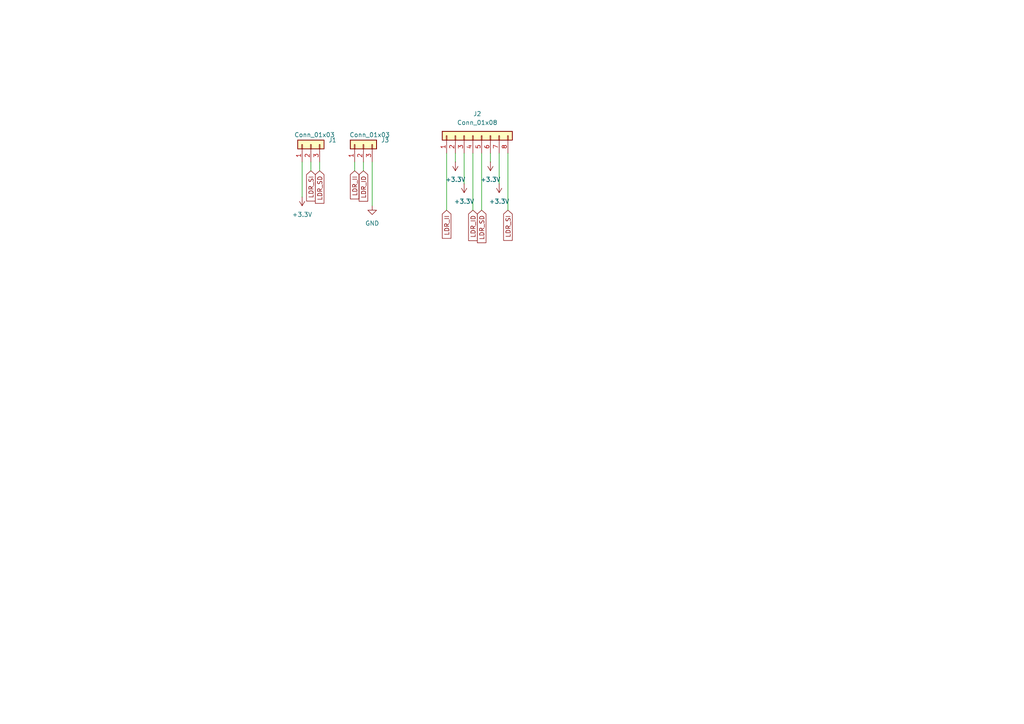
<source format=kicad_sch>
(kicad_sch (version 20250114) (generator "eeschema") (generator_version "9.0")
  (paper "A4")
  (lib_symbols
    (symbol "Connector_Generic:Conn_01x03" (pin_names (offset 1.016) (hide yes))
      (property "Reference" "J" (at 0 5.08 0))
      (property "Value" "Conn_01x03" (at 0 -5.08 0))
      (symbol "Conn_01x03_1_1"
        (rectangle (start -1.27 3.81) (end 1.27 -3.81) (stroke (width 0.254)) (fill (type background)))
        (rectangle (start -1.27 2.667) (end 0 2.413) (stroke (width 0.1524)))
        (rectangle (start -1.27 0.127) (end 0 -0.127) (stroke (width 0.1524)))
        (rectangle (start -1.27 -2.413) (end 0 -2.667) (stroke (width 0.1524)))
        (pin passive line (at -5.08 2.54 0) (length 3.81) (name "Pin_1") (number "1"))
        (pin passive line (at -5.08 0 0) (length 3.81) (name "Pin_2") (number "2"))
        (pin passive line (at -5.08 -2.54 0) (length 3.81) (name "Pin_3") (number "3"))
      )
    )
    (symbol "Connector_Generic:Conn_01x08" (pin_names (offset 1.016) (hide yes))
      (property "Reference" "J" (at 0 10.16 0))
      (property "Value" "Conn_01x08" (at 0 -12.7 0))
      (symbol "Conn_01x08_1_1"
        (rectangle (start -1.27 8.89) (end 1.27 -11.43) (stroke (width 0.254)) (fill (type background)))
        (rectangle (start -1.27 7.747) (end 0 7.493) (stroke (width 0.1524)))
        (rectangle (start -1.27 5.207) (end 0 4.953) (stroke (width 0.1524)))
        (rectangle (start -1.27 2.667) (end 0 2.413) (stroke (width 0.1524)))
        (rectangle (start -1.27 0.127) (end 0 -0.127) (stroke (width 0.1524)))
        (rectangle (start -1.27 -2.413) (end 0 -2.667) (stroke (width 0.1524)))
        (rectangle (start -1.27 -4.953) (end 0 -5.207) (stroke (width 0.1524)))
        (rectangle (start -1.27 -7.493) (end 0 -7.747) (stroke (width 0.1524)))
        (rectangle (start -1.27 -10.033) (end 0 -10.287) (stroke (width 0.1524)))
        (pin passive line (at -5.08 7.62 0) (length 3.81) (name "Pin_1") (number "1"))
        (pin passive line (at -5.08 5.08 0) (length 3.81) (name "Pin_2") (number "2"))
        (pin passive line (at -5.08 2.54 0) (length 3.81) (name "Pin_3") (number "3"))
        (pin passive line (at -5.08 0 0) (length 3.81) (name "Pin_4") (number "4"))
        (pin passive line (at -5.08 -2.54 0) (length 3.81) (name "Pin_5") (number "5"))
        (pin passive line (at -5.08 -5.08 0) (length 3.81) (name "Pin_6") (number "6"))
        (pin passive line (at -5.08 -7.62 0) (length 3.81) (name "Pin_7") (number "7"))
        (pin passive line (at -5.08 -10.16 0) (length 3.81) (name "Pin_8") (number "8"))
      )
    )
    (symbol "power:+3.3V" (power) (pin_numbers (hide yes)) (pin_names (offset 0) (hide yes))
      (property "Value" "+3.3V" (at 0 3.556 0))
      (symbol "+3.3V_0_1"
        (polyline (pts (xy -0.762 1.27) (xy 0 2.54)))
        (polyline (pts (xy 0 2.54) (xy 0.762 1.27)))
        (polyline (pts (xy 0 0) (xy 0 2.54)))
      )
      (symbol "+3.3V_1_1"
        (pin power_in line (at 0 0 90) (length 0) (name "~") (number "1"))
      )
    )
    (symbol "power:GND" (power) (pin_numbers (hide yes)) (pin_names (offset 0) (hide yes))
      (property "Value" "GND" (at 0 -3.81 0))
      (symbol "GND_0_1"
        (polyline (pts (xy 0 0) (xy 0 -1.27) (xy 1.27 -1.27) (xy 0 -2.54) (xy -1.27 -1.27) (xy 0 -1.27)))
      )
      (symbol "GND_1_1"
        (pin power_in line (at 0 0 270) (length 0) (name "~") (number "1"))
      )
    )
  )
  (wire (pts (xy 139.7 60.96) (xy 139.7 44.45)))
  (wire (pts (xy 134.62 44.45) (xy 134.62 53.34)))
  (wire (pts (xy 87.63 46.99) (xy 87.63 57.15)))
  (wire (pts (xy 105.41 46.99) (xy 105.41 49.53)))
  (wire (pts (xy 142.24 44.45) (xy 142.24 46.99)))
  (wire (pts (xy 90.17 46.99) (xy 90.17 49.53)))
  (wire (pts (xy 137.16 44.45) (xy 137.16 60.96)))
  (wire (pts (xy 102.87 46.99) (xy 102.87 49.53)))
  (wire (pts (xy 92.71 46.99) (xy 92.71 49.53)))
  (wire (pts (xy 132.08 44.45) (xy 132.08 46.99)))
  (wire (pts (xy 144.78 44.45) (xy 144.78 53.34)))
  (wire (pts (xy 147.32 44.45) (xy 147.32 60.96)))
  (wire (pts (xy 107.95 46.99) (xy 107.95 59.69)))
  (wire (pts (xy 129.54 44.45) (xy 129.54 60.96)))
  (global_label "LDR_ID" (shape input) (at 105.41 49.53 270) (property "Intersheetrefs" "${INTERSHEET_REFS}" (effects (hide yes))))
  (global_label "LDR_SI" (shape input) (at 147.32 60.96 270) (property "Intersheetrefs" "${INTERSHEET_REFS}" (effects (hide yes))))
  (global_label "LDR_II" (shape input) (at 129.54 60.96 270) (property "Intersheetrefs" "${INTERSHEET_REFS}" (effects (hide yes))))
  (global_label "LDR_SI" (shape input) (at 90.17 49.53 270) (property "Intersheetrefs" "${INTERSHEET_REFS}" (effects (hide yes))))
  (global_label "LDR_SD" (shape input) (at 92.71 49.53 270) (property "Intersheetrefs" "${INTERSHEET_REFS}" (effects (hide yes))))
  (global_label "LDR_II" (shape input) (at 102.87 49.53 270) (property "Intersheetrefs" "${INTERSHEET_REFS}" (effects (hide yes))))
  (global_label "LDR_SD" (shape input) (at 139.7 60.96 270) (property "Intersheetrefs" "${INTERSHEET_REFS}" (effects (hide yes))))
  (global_label "LDR_ID" (shape input) (at 137.16 60.96 270) (property "Intersheetrefs" "${INTERSHEET_REFS}" (effects (hide yes))))
  (symbol (lib_id "power:+3.3V") (at 132.08 46.99 180) (unit 1)
    (property "Reference" "#PWR01" (effects (hide yes)))
    (property "Value" "+3.3V" (at 132.08 52.07 0))
    (property "Description" "Power symbol creates a global label with name \"+3.3V\"" (effects (hide yes)))
  )
  (symbol (lib_id "Connector_Generic:Conn_01x03") (at 90.17 41.91 90) (unit 1)
    (property "Reference" "J1" (at 95.25 40.6399 90) (effects (justify right)))
    (property "Value" "Conn_01x03" (at 85.344 39.116 90) (effects (justify right)))
    (property "Footprint" "Connector_Molex:Molex_KK-254_AE-6410-03A_1x03_P2.54mm_Vertical" (effects (hide yes)))
    (property "Description" "Generic connector, single row, 01x03, script generated (kicad-library-utils/schlib/autogen/connector/)" (effects (hide yes)))
  )
  (symbol (lib_id "power:GND") (at 107.95 59.69 0) (unit 1)
    (property "Reference" "#PWR06" (effects (hide yes)))
    (property "Value" "GND" (at 107.95 64.77 0))
    (property "Description" "Power symbol creates a global label with name \"GND\" , ground" (effects (hide yes)))
  )
  (symbol (lib_id "power:+3.3V") (at 134.62 53.34 180) (unit 1)
    (property "Reference" "#PWR02" (effects (hide yes)))
    (property "Value" "+3.3V" (at 134.62 58.42 0))
    (property "Description" "Power symbol creates a global label with name \"+3.3V\"" (effects (hide yes)))
  )
  (symbol (lib_id "power:+3.3V") (at 142.24 46.99 180) (unit 1)
    (property "Reference" "#PWR03" (effects (hide yes)))
    (property "Value" "+3.3V" (at 142.24 52.07 0))
    (property "Description" "Power symbol creates a global label with name \"+3.3V\"" (effects (hide yes)))
  )
  (symbol (lib_id "power:+3.3V") (at 144.78 53.34 180) (unit 1)
    (property "Reference" "#PWR04" (effects (hide yes)))
    (property "Value" "+3.3V" (at 144.78 58.42 0))
    (property "Description" "Power symbol creates a global label with name \"+3.3V\"" (effects (hide yes)))
  )
  (symbol (lib_id "Connector_Generic:Conn_01x08") (at 137.16 39.37 90) (unit 1)
    (property "Reference" "J2" (at 138.43 33.02 90))
    (property "Value" "Conn_01x08" (at 138.43 35.56 90))
    (property "Footprint" "@EmersonPrez15:LDR_PANEL" (effects (hide yes)))
    (property "Description" "Generic connector, single row, 01x08, script generated (kicad-library-utils/schlib/autogen/connector/)" (effects (hide yes)))
  )
  (symbol (lib_id "power:+3.3V") (at 87.63 57.15 180) (unit 1)
    (property "Reference" "#PWR05" (effects (hide yes)))
    (property "Value" "+3.3V" (at 87.63 62.23 0))
    (property "Description" "Power symbol creates a global label with name \"+3.3V\"" (effects (hide yes)))
  )
  (symbol (lib_id "Connector_Generic:Conn_01x03") (at 105.41 41.91 90) (unit 1)
    (property "Reference" "J3" (at 110.49 40.6399 90) (effects (justify right)))
    (property "Value" "Conn_01x03" (at 101.346 39.116 90) (effects (justify right)))
    (property "Footprint" "Connector_Molex:Molex_KK-254_AE-6410-03A_1x03_P2.54mm_Vertical" (effects (hide yes)))
    (property "Description" "Generic connector, single row, 01x03, script generated (kicad-library-utils/schlib/autogen/connector/)" (effects (hide yes)))
  )
)
</source>
